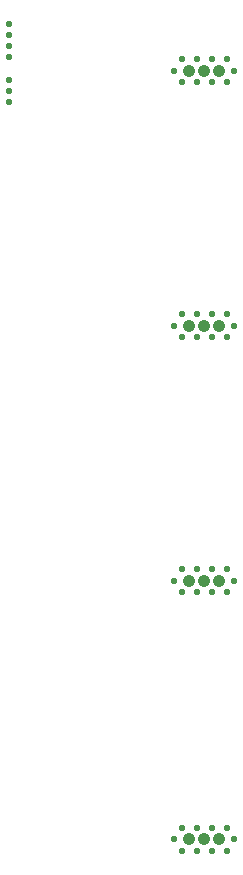
<source format=gbr>
G04 DipTrace 2.1.0.0*
%INBottom Paste.gbr*%
%MOIN*%
%ADD10C,0.01*%
%ADD11C,0.006*%
%ADD12C,0.003*%
%ADD13C,0.016*%
%ADD14C,0.008*%
%ADD15C,0.039*%
%ADD16C,0.012*%
%ADD17C,0.02*%
%ADD18C,0.06*%
%ADD19C,0.15*%
%ADD20C,0.05*%
%ADD21C,0.125*%
%ADD22C,0.1*%
%ADD23C,0.025*%
%ADD24C,0.013*%
%ADD25R,0.1063X0.063*%
%ADD26R,0.0591X0.0512*%
%ADD27R,0.0512X0.0591*%
%ADD28R,0.063X0.1063*%
%ADD29R,0.05X0.06*%
%ADD30R,0.06X0.05*%
%ADD31R,0.1X0.1*%
%ADD32R,0.0591X0.0591*%
%ADD33C,0.0591*%
%ADD34R,0.0827X0.0197*%
%ADD35R,0.0827X0.0591*%
%ADD36R,0.125X0.125*%
%ADD37C,0.1*%
%ADD38R,0.06X0.06*%
%ADD39R,0.071X0.14*%
%ADD40R,0.0551X0.0177*%
%ADD41R,0.0177X0.0551*%
%ADD42R,0.04X0.025*%
%ADD43R,0.012X0.065*%
%ADD44R,0.0827X0.0157*%
%ADD45R,0.09X0.056*%
%ADD46R,0.1X0.056*%
%ADD47R,0.0197X0.0827*%
%ADD48R,0.0591X0.0827*%
%ADD49R,0.0157X0.0827*%
%ADD50C,0.031*%
%ADD51C,0.019*%
%ADD52C,0.035*%
%ADD53C,0.095*%
%ADD54C,0.12*%
%ADD55C,0.11*%
%ADD56C,0.067*%
%ADD57C,0.0354*%
%ADD58C,0.063*%
%ADD59C,0.038*%
%ADD60C,0.023*%
%ADD61C,0.058*%
%ADD62C,0.042*%
%ADD63R,0.0237X0.0907*%
%ADD64R,0.0077X0.0747*%
%ADD65R,0.0671X0.0907*%
%ADD66R,0.0511X0.0747*%
%ADD67R,0.0277X0.0907*%
%ADD68R,0.0117X0.0747*%
%ADD69R,0.108X0.064*%
%ADD70R,0.092X0.048*%
%ADD71R,0.098X0.064*%
%ADD72R,0.082X0.048*%
%ADD73R,0.0907X0.0237*%
%ADD74R,0.0747X0.0077*%
%ADD75R,0.02X0.073*%
%ADD76R,0.004X0.057*%
%ADD77R,0.048X0.033*%
%ADD78R,0.032X0.017*%
%ADD79R,0.0257X0.0631*%
%ADD80R,0.0097X0.0471*%
%ADD81R,0.0631X0.0257*%
%ADD82R,0.0471X0.0097*%
%ADD83R,0.079X0.148*%
%ADD84R,0.063X0.132*%
%ADD85R,0.068X0.068*%
%ADD86R,0.052X0.052*%
%ADD87C,0.068*%
%ADD88C,0.052*%
%ADD89C,0.108*%
%ADD90C,0.092*%
%ADD91R,0.133X0.133*%
%ADD92R,0.117X0.117*%
%ADD93R,0.0907X0.0671*%
%ADD94R,0.0747X0.0511*%
%ADD95R,0.0907X0.0277*%
%ADD96R,0.0747X0.0117*%
%ADD97C,0.0671*%
%ADD98C,0.0511*%
%ADD99R,0.0671X0.0671*%
%ADD100R,0.0511X0.0511*%
%ADD101C,0.108*%
%ADD102C,0.092*%
%ADD103R,0.108X0.108*%
%ADD104R,0.092X0.092*%
%ADD105R,0.068X0.058*%
%ADD106R,0.052X0.042*%
%ADD107R,0.058X0.068*%
%ADD108R,0.042X0.052*%
%ADD109R,0.071X0.1143*%
%ADD110R,0.055X0.0983*%
%ADD111R,0.0592X0.0671*%
%ADD112R,0.0432X0.0511*%
%ADD113R,0.0671X0.0592*%
%ADD114R,0.0511X0.0432*%
%ADD115R,0.1143X0.071*%
%ADD116R,0.0983X0.055*%
%ADD117C,0.0062*%
%ADD118C,0.0124*%
%ADD119C,0.0077*%
%FSLAX44Y44*%
%SFA1B1*%
%OFA0B0*%
G04*
G70*
G90*
G75*
G01*
%LNBotPaste*%
%LPD*%
D62*
X26815Y37000D3*
X27315D3*
D60*
X27815D3*
D62*
X26815Y28500D3*
X26315Y37000D3*
D60*
X25815D3*
D62*
X27315Y28500D3*
D60*
X26565Y37375D3*
X27065D3*
X27565D3*
X27815Y28500D3*
X26065Y37375D3*
D62*
X26315Y28500D3*
D60*
X25815D3*
X26065Y36625D3*
X26565D3*
X27065D3*
X27565D3*
X27065Y28875D3*
X27565D3*
X26565D3*
X26065D3*
X26565Y28125D3*
X27065D3*
X27565D3*
X26065D3*
D62*
X26815Y20000D3*
X27315D3*
D60*
X27815D3*
D62*
X26315D3*
D60*
X25815D3*
X27065Y20375D3*
X27565D3*
X26565D3*
X26065D3*
Y19625D3*
X26565D3*
X27065D3*
X27565D3*
D62*
X26815Y11375D3*
X27315D3*
D60*
X27815D3*
D62*
X26315D3*
D60*
X25815D3*
X26565Y11750D3*
X27065D3*
X27565D3*
X26065D3*
X26565Y11000D3*
X27065D3*
X27565D3*
X26065D3*
X20315Y37440D3*
Y37815D3*
Y38190D3*
Y38565D3*
Y36690D3*
Y36315D3*
Y35940D3*
M02*

</source>
